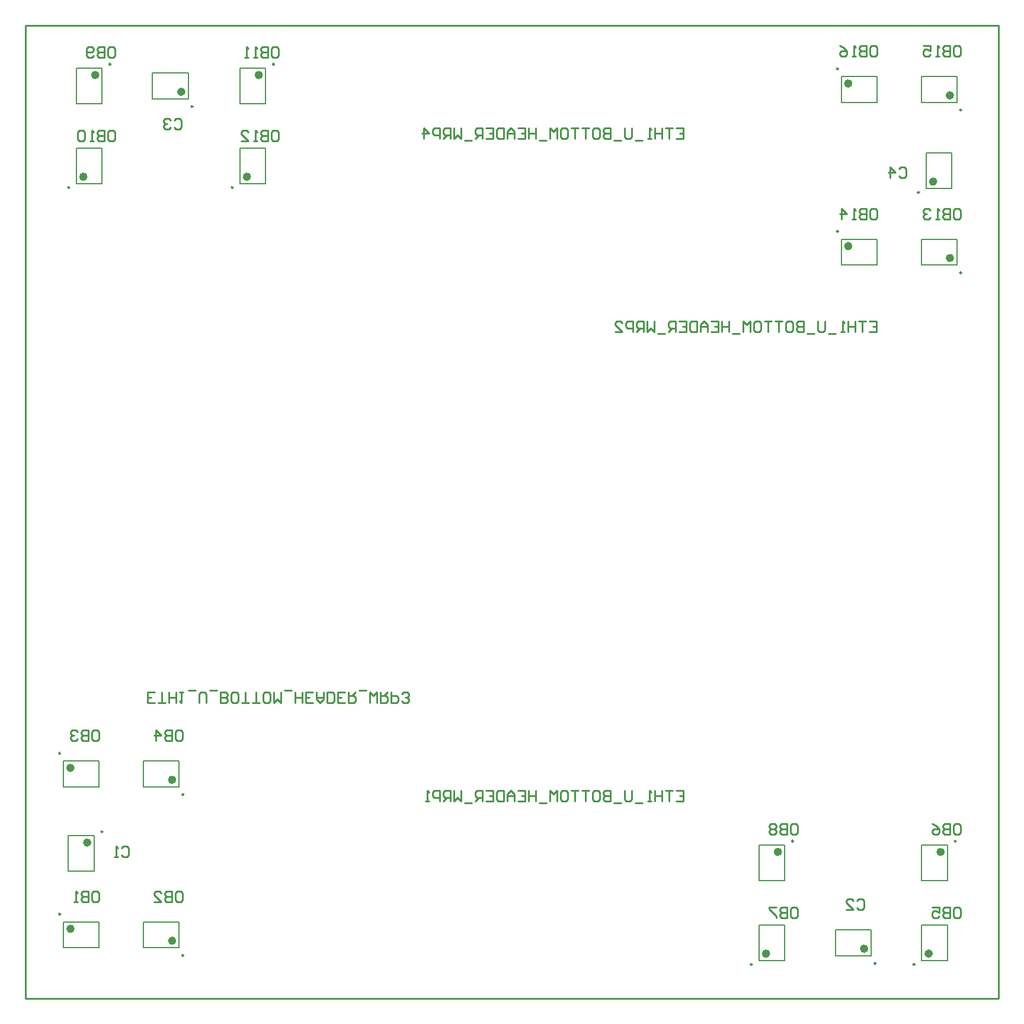
<source format=gbo>
G04 Layer_Color=32896*
%FSLAX25Y25*%
%MOIN*%
G70*
G01*
G75*
%ADD19C,0.01000*%
%ADD23C,0.02362*%
%ADD24C,0.00984*%
%ADD26C,0.00787*%
D19*
X366101Y489698D02*
X370100D01*
Y483700D01*
X366101D01*
X370100Y486699D02*
X368101D01*
X364102Y489698D02*
X360103D01*
X362103D01*
Y483700D01*
X358104Y489698D02*
Y483700D01*
Y486699D01*
X354105D01*
Y489698D01*
Y483700D01*
X352106D02*
X350107D01*
X351106D01*
Y489698D01*
X352106Y488698D01*
X347107Y482700D02*
X343109D01*
X341109Y489698D02*
Y484700D01*
X340110Y483700D01*
X338110D01*
X337111Y484700D01*
Y489698D01*
X335111Y482700D02*
X331113D01*
X329113Y489698D02*
Y483700D01*
X326114D01*
X325115Y484700D01*
Y485699D01*
X326114Y486699D01*
X329113D01*
X326114D01*
X325115Y487699D01*
Y488698D01*
X326114Y489698D01*
X329113D01*
X320116D02*
X322115D01*
X323115Y488698D01*
Y484700D01*
X322115Y483700D01*
X320116D01*
X319116Y484700D01*
Y488698D01*
X320116Y489698D01*
X317117D02*
X313118D01*
X315118D01*
Y483700D01*
X311119Y489698D02*
X307120D01*
X309120D01*
Y483700D01*
X302122Y489698D02*
X304121D01*
X305121Y488698D01*
Y484700D01*
X304121Y483700D01*
X302122D01*
X301122Y484700D01*
Y488698D01*
X302122Y489698D01*
X299123Y483700D02*
Y489698D01*
X297124Y487699D01*
X295124Y489698D01*
Y483700D01*
X293125Y482700D02*
X289126D01*
X287127Y489698D02*
Y483700D01*
Y486699D01*
X283128D01*
Y489698D01*
Y483700D01*
X277130Y489698D02*
X281129D01*
Y483700D01*
X277130D01*
X281129Y486699D02*
X279129D01*
X275131Y483700D02*
Y487699D01*
X273131Y489698D01*
X271132Y487699D01*
Y483700D01*
Y486699D01*
X275131D01*
X269133Y489698D02*
Y483700D01*
X266134D01*
X265134Y484700D01*
Y488698D01*
X266134Y489698D01*
X269133D01*
X259136D02*
X263135D01*
Y483700D01*
X259136D01*
X263135Y486699D02*
X261135D01*
X257137Y483700D02*
Y489698D01*
X254137D01*
X253138Y488698D01*
Y486699D01*
X254137Y485699D01*
X257137D01*
X255137D02*
X253138Y483700D01*
X251138Y482700D02*
X247140D01*
X245140Y489698D02*
Y483700D01*
X243141Y485699D01*
X241142Y483700D01*
Y489698D01*
X239142Y483700D02*
Y489698D01*
X236143D01*
X235144Y488698D01*
Y486699D01*
X236143Y485699D01*
X239142D01*
X237143D02*
X235144Y483700D01*
X233144D02*
Y489698D01*
X230145D01*
X229146Y488698D01*
Y486699D01*
X230145Y485699D01*
X233144D01*
X224147Y483700D02*
Y489698D01*
X227146Y486699D01*
X223148D01*
X72799Y166352D02*
X68800D01*
Y172350D01*
X72799D01*
X68800Y169351D02*
X70799D01*
X74798Y166352D02*
X78797D01*
X76797D01*
Y172350D01*
X80796Y166352D02*
Y172350D01*
Y169351D01*
X84795D01*
Y166352D01*
Y172350D01*
X86794D02*
X88793D01*
X87794D01*
Y166352D01*
X86794Y167352D01*
X91793Y173350D02*
X95791D01*
X97791Y166352D02*
Y171350D01*
X98790Y172350D01*
X100790D01*
X101789Y171350D01*
Y166352D01*
X103789Y173350D02*
X107787D01*
X109787Y166352D02*
Y172350D01*
X112786D01*
X113785Y171350D01*
Y170351D01*
X112786Y169351D01*
X109787D01*
X112786D01*
X113785Y168351D01*
Y167352D01*
X112786Y166352D01*
X109787D01*
X118784D02*
X116785D01*
X115785Y167352D01*
Y171350D01*
X116785Y172350D01*
X118784D01*
X119783Y171350D01*
Y167352D01*
X118784Y166352D01*
X121783D02*
X125782D01*
X123782D01*
Y172350D01*
X127781Y166352D02*
X131780D01*
X129780D01*
Y172350D01*
X136778Y166352D02*
X134779D01*
X133779Y167352D01*
Y171350D01*
X134779Y172350D01*
X136778D01*
X137778Y171350D01*
Y167352D01*
X136778Y166352D01*
X139777Y172350D02*
Y166352D01*
X141776Y168351D01*
X143776Y166352D01*
Y172350D01*
X145775Y173350D02*
X149774D01*
X151773Y166352D02*
Y172350D01*
Y169351D01*
X155772D01*
Y166352D01*
Y172350D01*
X161770Y166352D02*
X157771D01*
Y172350D01*
X161770D01*
X157771Y169351D02*
X159771D01*
X163769Y172350D02*
Y168351D01*
X165769Y166352D01*
X167768Y168351D01*
Y172350D01*
Y169351D01*
X163769D01*
X169767Y166352D02*
Y172350D01*
X172766D01*
X173766Y171350D01*
Y167352D01*
X172766Y166352D01*
X169767D01*
X179764D02*
X175765D01*
Y172350D01*
X179764D01*
X175765Y169351D02*
X177765D01*
X181764Y172350D02*
Y166352D01*
X184763D01*
X185762Y167352D01*
Y169351D01*
X184763Y170351D01*
X181764D01*
X183763D02*
X185762Y172350D01*
X187761Y173350D02*
X191760D01*
X193760Y166352D02*
Y172350D01*
X195759Y170351D01*
X197758Y172350D01*
Y166352D01*
X199758Y172350D02*
Y166352D01*
X202757D01*
X203756Y167352D01*
Y169351D01*
X202757Y170351D01*
X199758D01*
X201757D02*
X203756Y172350D01*
X205756D02*
Y166352D01*
X208755D01*
X209754Y167352D01*
Y169351D01*
X208755Y170351D01*
X205756D01*
X211754Y167352D02*
X212753Y166352D01*
X214753D01*
X215753Y167352D01*
Y168351D01*
X214753Y169351D01*
X213753D01*
X214753D01*
X215753Y170351D01*
Y171350D01*
X214753Y172350D01*
X212753D01*
X211754Y171350D01*
X474701Y381098D02*
X478700D01*
Y375100D01*
X474701D01*
X478700Y378099D02*
X476701D01*
X472702Y381098D02*
X468703D01*
X470703D01*
Y375100D01*
X466704Y381098D02*
Y375100D01*
Y378099D01*
X462705D01*
Y381098D01*
Y375100D01*
X460706D02*
X458707D01*
X459706D01*
Y381098D01*
X460706Y380098D01*
X455707Y374100D02*
X451709D01*
X449709Y381098D02*
Y376100D01*
X448710Y375100D01*
X446710D01*
X445711Y376100D01*
Y381098D01*
X443711Y374100D02*
X439713D01*
X437713Y381098D02*
Y375100D01*
X434714D01*
X433714Y376100D01*
Y377099D01*
X434714Y378099D01*
X437713D01*
X434714D01*
X433714Y379099D01*
Y380098D01*
X434714Y381098D01*
X437713D01*
X428716D02*
X430716D01*
X431715Y380098D01*
Y376100D01*
X430716Y375100D01*
X428716D01*
X427716Y376100D01*
Y380098D01*
X428716Y381098D01*
X425717D02*
X421718D01*
X423718D01*
Y375100D01*
X419719Y381098D02*
X415720D01*
X417720D01*
Y375100D01*
X410722Y381098D02*
X412721D01*
X413721Y380098D01*
Y376100D01*
X412721Y375100D01*
X410722D01*
X409722Y376100D01*
Y380098D01*
X410722Y381098D01*
X407723Y375100D02*
Y381098D01*
X405724Y379099D01*
X403724Y381098D01*
Y375100D01*
X401725Y374100D02*
X397726D01*
X395727Y381098D02*
Y375100D01*
Y378099D01*
X391728D01*
Y381098D01*
Y375100D01*
X385730Y381098D02*
X389729D01*
Y375100D01*
X385730D01*
X389729Y378099D02*
X387729D01*
X383731Y375100D02*
Y379099D01*
X381731Y381098D01*
X379732Y379099D01*
Y375100D01*
Y378099D01*
X383731D01*
X377733Y381098D02*
Y375100D01*
X374734D01*
X373734Y376100D01*
Y380098D01*
X374734Y381098D01*
X377733D01*
X367736D02*
X371735D01*
Y375100D01*
X367736D01*
X371735Y378099D02*
X369735D01*
X365737Y375100D02*
Y381098D01*
X362737D01*
X361738Y380098D01*
Y378099D01*
X362737Y377099D01*
X365737D01*
X363737D02*
X361738Y375100D01*
X359738Y374100D02*
X355740D01*
X353740Y381098D02*
Y375100D01*
X351741Y377099D01*
X349742Y375100D01*
Y381098D01*
X347742Y375100D02*
Y381098D01*
X344743D01*
X343744Y380098D01*
Y378099D01*
X344743Y377099D01*
X347742D01*
X345743D02*
X343744Y375100D01*
X341744D02*
Y381098D01*
X338745D01*
X337746Y380098D01*
Y378099D01*
X338745Y377099D01*
X341744D01*
X331748Y375100D02*
X335746D01*
X331748Y379099D01*
Y380098D01*
X332747Y381098D01*
X334747D01*
X335746Y380098D01*
X366101Y117198D02*
X370100D01*
Y111200D01*
X366101D01*
X370100Y114199D02*
X368101D01*
X364102Y117198D02*
X360103D01*
X362103D01*
Y111200D01*
X358104Y117198D02*
Y111200D01*
Y114199D01*
X354105D01*
Y117198D01*
Y111200D01*
X352106D02*
X350107D01*
X351106D01*
Y117198D01*
X352106Y116198D01*
X347107Y110200D02*
X343109D01*
X341109Y117198D02*
Y112200D01*
X340110Y111200D01*
X338110D01*
X337111Y112200D01*
Y117198D01*
X335111Y110200D02*
X331113D01*
X329113Y117198D02*
Y111200D01*
X326114D01*
X325115Y112200D01*
Y113199D01*
X326114Y114199D01*
X329113D01*
X326114D01*
X325115Y115199D01*
Y116198D01*
X326114Y117198D01*
X329113D01*
X320116D02*
X322115D01*
X323115Y116198D01*
Y112200D01*
X322115Y111200D01*
X320116D01*
X319116Y112200D01*
Y116198D01*
X320116Y117198D01*
X317117D02*
X313118D01*
X315118D01*
Y111200D01*
X311119Y117198D02*
X307120D01*
X309120D01*
Y111200D01*
X302122Y117198D02*
X304121D01*
X305121Y116198D01*
Y112200D01*
X304121Y111200D01*
X302122D01*
X301122Y112200D01*
Y116198D01*
X302122Y117198D01*
X299123Y111200D02*
Y117198D01*
X297124Y115199D01*
X295124Y117198D01*
Y111200D01*
X293125Y110200D02*
X289126D01*
X287127Y117198D02*
Y111200D01*
Y114199D01*
X283128D01*
Y117198D01*
Y111200D01*
X277130Y117198D02*
X281129D01*
Y111200D01*
X277130D01*
X281129Y114199D02*
X279129D01*
X275131Y111200D02*
Y115199D01*
X273131Y117198D01*
X271132Y115199D01*
Y111200D01*
Y114199D01*
X275131D01*
X269133Y117198D02*
Y111200D01*
X266134D01*
X265134Y112200D01*
Y116198D01*
X266134Y117198D01*
X269133D01*
X259136D02*
X263135D01*
Y111200D01*
X259136D01*
X263135Y114199D02*
X261135D01*
X257137Y111200D02*
Y117198D01*
X254137D01*
X253138Y116198D01*
Y114199D01*
X254137Y113199D01*
X257137D01*
X255137D02*
X253138Y111200D01*
X251138Y110200D02*
X247140D01*
X245140Y117198D02*
Y111200D01*
X243141Y113199D01*
X241142Y111200D01*
Y117198D01*
X239142Y111200D02*
Y117198D01*
X236143D01*
X235144Y116198D01*
Y114199D01*
X236143Y113199D01*
X239142D01*
X237143D02*
X235144Y111200D01*
X233144D02*
Y117198D01*
X230145D01*
X229146Y116198D01*
Y114199D01*
X230145Y113199D01*
X233144D01*
X227146Y111200D02*
X225147D01*
X226147D01*
Y117198D01*
X227146Y116198D01*
X476101Y535998D02*
X478100D01*
X479100Y534998D01*
Y531000D01*
X478100Y530000D01*
X476101D01*
X475101Y531000D01*
Y534998D01*
X476101Y535998D01*
X473102D02*
Y530000D01*
X470103D01*
X469103Y531000D01*
Y531999D01*
X470103Y532999D01*
X473102D01*
X470103D01*
X469103Y533999D01*
Y534998D01*
X470103Y535998D01*
X473102D01*
X467104Y530000D02*
X465104D01*
X466104D01*
Y535998D01*
X467104Y534998D01*
X458107Y535998D02*
X460106Y534998D01*
X462106Y532999D01*
Y531000D01*
X461106Y530000D01*
X459106D01*
X458107Y531000D01*
Y531999D01*
X459106Y532999D01*
X462106D01*
X523101Y535998D02*
X525100D01*
X526100Y534998D01*
Y531000D01*
X525100Y530000D01*
X523101D01*
X522101Y531000D01*
Y534998D01*
X523101Y535998D01*
X520102D02*
Y530000D01*
X517103D01*
X516103Y531000D01*
Y531999D01*
X517103Y532999D01*
X520102D01*
X517103D01*
X516103Y533999D01*
Y534998D01*
X517103Y535998D01*
X520102D01*
X514104Y530000D02*
X512105D01*
X513104D01*
Y535998D01*
X514104Y534998D01*
X505107Y535998D02*
X509105D01*
Y532999D01*
X507106Y533999D01*
X506107D01*
X505107Y532999D01*
Y531000D01*
X506107Y530000D01*
X508106D01*
X509105Y531000D01*
X476101Y444498D02*
X478100D01*
X479100Y443498D01*
Y439500D01*
X478100Y438500D01*
X476101D01*
X475101Y439500D01*
Y443498D01*
X476101Y444498D01*
X473102D02*
Y438500D01*
X470103D01*
X469103Y439500D01*
Y440499D01*
X470103Y441499D01*
X473102D01*
X470103D01*
X469103Y442499D01*
Y443498D01*
X470103Y444498D01*
X473102D01*
X467104Y438500D02*
X465104D01*
X466104D01*
Y444498D01*
X467104Y443498D01*
X459106Y438500D02*
Y444498D01*
X462106Y441499D01*
X458107D01*
X523101Y444498D02*
X525100D01*
X526100Y443498D01*
Y439500D01*
X525100Y438500D01*
X523101D01*
X522101Y439500D01*
Y443498D01*
X523101Y444498D01*
X520102D02*
Y438500D01*
X517103D01*
X516103Y439500D01*
Y440499D01*
X517103Y441499D01*
X520102D01*
X517103D01*
X516103Y442499D01*
Y443498D01*
X517103Y444498D01*
X520102D01*
X514104Y438500D02*
X512105D01*
X513104D01*
Y444498D01*
X514104Y443498D01*
X509105D02*
X508106Y444498D01*
X506107D01*
X505107Y443498D01*
Y442499D01*
X506107Y441499D01*
X507106D01*
X506107D01*
X505107Y440499D01*
Y439500D01*
X506107Y438500D01*
X508106D01*
X509105Y439500D01*
X139501Y488598D02*
X141500D01*
X142500Y487598D01*
Y483600D01*
X141500Y482600D01*
X139501D01*
X138501Y483600D01*
Y487598D01*
X139501Y488598D01*
X136502D02*
Y482600D01*
X133503D01*
X132503Y483600D01*
Y484599D01*
X133503Y485599D01*
X136502D01*
X133503D01*
X132503Y486599D01*
Y487598D01*
X133503Y488598D01*
X136502D01*
X130504Y482600D02*
X128505D01*
X129504D01*
Y488598D01*
X130504Y487598D01*
X121507Y482600D02*
X125505D01*
X121507Y486599D01*
Y487598D01*
X122506Y488598D01*
X124506D01*
X125505Y487598D01*
X47501Y488598D02*
X49500D01*
X50500Y487598D01*
Y483600D01*
X49500Y482600D01*
X47501D01*
X46501Y483600D01*
Y487598D01*
X47501Y488598D01*
X44502D02*
Y482600D01*
X41503D01*
X40503Y483600D01*
Y484599D01*
X41503Y485599D01*
X44502D01*
X41503D01*
X40503Y486599D01*
Y487598D01*
X41503Y488598D01*
X44502D01*
X38504Y482600D02*
X36505D01*
X37504D01*
Y488598D01*
X38504Y487598D01*
X33505D02*
X32506Y488598D01*
X30507D01*
X29507Y487598D01*
Y483600D01*
X30507Y482600D01*
X32506D01*
X33505Y483600D01*
Y487598D01*
X431501Y98598D02*
X433500D01*
X434500Y97598D01*
Y93600D01*
X433500Y92600D01*
X431501D01*
X430501Y93600D01*
Y97598D01*
X431501Y98598D01*
X428502D02*
Y92600D01*
X425503D01*
X424503Y93600D01*
Y94599D01*
X425503Y95599D01*
X428502D01*
X425503D01*
X424503Y96599D01*
Y97598D01*
X425503Y98598D01*
X428502D01*
X422504Y97598D02*
X421504Y98598D01*
X419505D01*
X418505Y97598D01*
Y96599D01*
X419505Y95599D01*
X418505Y94599D01*
Y93600D01*
X419505Y92600D01*
X421504D01*
X422504Y93600D01*
Y94599D01*
X421504Y95599D01*
X422504Y96599D01*
Y97598D01*
X421504Y95599D02*
X419505D01*
X431501Y51598D02*
X433500D01*
X434500Y50598D01*
Y46600D01*
X433500Y45600D01*
X431501D01*
X430501Y46600D01*
Y50598D01*
X431501Y51598D01*
X428502D02*
Y45600D01*
X425503D01*
X424503Y46600D01*
Y47599D01*
X425503Y48599D01*
X428502D01*
X425503D01*
X424503Y49599D01*
Y50598D01*
X425503Y51598D01*
X428502D01*
X422504D02*
X418505D01*
Y50598D01*
X422504Y46600D01*
Y45600D01*
X523001Y98598D02*
X525000D01*
X526000Y97598D01*
Y93600D01*
X525000Y92600D01*
X523001D01*
X522001Y93600D01*
Y97598D01*
X523001Y98598D01*
X520002D02*
Y92600D01*
X517003D01*
X516003Y93600D01*
Y94599D01*
X517003Y95599D01*
X520002D01*
X517003D01*
X516003Y96599D01*
Y97598D01*
X517003Y98598D01*
X520002D01*
X510005D02*
X512005Y97598D01*
X514004Y95599D01*
Y93600D01*
X513004Y92600D01*
X511005D01*
X510005Y93600D01*
Y94599D01*
X511005Y95599D01*
X514004D01*
X85601Y150998D02*
X87600D01*
X88600Y149998D01*
Y146000D01*
X87600Y145000D01*
X85601D01*
X84601Y146000D01*
Y149998D01*
X85601Y150998D01*
X82602D02*
Y145000D01*
X79603D01*
X78603Y146000D01*
Y146999D01*
X79603Y147999D01*
X82602D01*
X79603D01*
X78603Y148999D01*
Y149998D01*
X79603Y150998D01*
X82602D01*
X73605Y145000D02*
Y150998D01*
X76604Y147999D01*
X72605D01*
X38601Y150998D02*
X40600D01*
X41600Y149998D01*
Y146000D01*
X40600Y145000D01*
X38601D01*
X37601Y146000D01*
Y149998D01*
X38601Y150998D01*
X35602D02*
Y145000D01*
X32603D01*
X31603Y146000D01*
Y146999D01*
X32603Y147999D01*
X35602D01*
X32603D01*
X31603Y148999D01*
Y149998D01*
X32603Y150998D01*
X35602D01*
X29604Y149998D02*
X28604Y150998D01*
X26605D01*
X25605Y149998D01*
Y148999D01*
X26605Y147999D01*
X27604D01*
X26605D01*
X25605Y146999D01*
Y146000D01*
X26605Y145000D01*
X28604D01*
X29604Y146000D01*
X491501Y466698D02*
X492501Y467698D01*
X494500D01*
X495500Y466698D01*
Y462700D01*
X494500Y461700D01*
X492501D01*
X491501Y462700D01*
X486503Y461700D02*
Y467698D01*
X489502Y464699D01*
X485503D01*
X83701Y493998D02*
X84701Y494998D01*
X86700D01*
X87700Y493998D01*
Y490000D01*
X86700Y489000D01*
X84701D01*
X83701Y490000D01*
X81702Y493998D02*
X80702Y494998D01*
X78703D01*
X77703Y493998D01*
Y492999D01*
X78703Y491999D01*
X79703D01*
X78703D01*
X77703Y490999D01*
Y490000D01*
X78703Y489000D01*
X80702D01*
X81702Y490000D01*
X467801Y54998D02*
X468801Y55998D01*
X470800D01*
X471800Y54998D01*
Y51000D01*
X470800Y50000D01*
X468801D01*
X467801Y51000D01*
X461803Y50000D02*
X465802D01*
X461803Y53999D01*
Y54998D01*
X462803Y55998D01*
X464802D01*
X465802Y54998D01*
X54001Y84798D02*
X55001Y85798D01*
X57000D01*
X58000Y84798D01*
Y80800D01*
X57000Y79800D01*
X55001D01*
X54001Y80800D01*
X52002Y79800D02*
X50003D01*
X51002D01*
Y85798D01*
X52002Y84798D01*
X38601Y60498D02*
X40600D01*
X41600Y59498D01*
Y55500D01*
X40600Y54500D01*
X38601D01*
X37601Y55500D01*
Y59498D01*
X38601Y60498D01*
X35602D02*
Y54500D01*
X32603D01*
X31603Y55500D01*
Y56499D01*
X32603Y57499D01*
X35602D01*
X32603D01*
X31603Y58499D01*
Y59498D01*
X32603Y60498D01*
X35602D01*
X29604Y54500D02*
X27604D01*
X28604D01*
Y60498D01*
X29604Y59498D01*
X85601Y60498D02*
X87600D01*
X88600Y59498D01*
Y55500D01*
X87600Y54500D01*
X85601D01*
X84601Y55500D01*
Y59498D01*
X85601Y60498D01*
X82602D02*
Y54500D01*
X79603D01*
X78603Y55500D01*
Y56499D01*
X79603Y57499D01*
X82602D01*
X79603D01*
X78603Y58499D01*
Y59498D01*
X79603Y60498D01*
X82602D01*
X72605Y54500D02*
X76604D01*
X72605Y58499D01*
Y59498D01*
X73605Y60498D01*
X75604D01*
X76604Y59498D01*
X523001Y51598D02*
X525000D01*
X526000Y50598D01*
Y46600D01*
X525000Y45600D01*
X523001D01*
X522001Y46600D01*
Y50598D01*
X523001Y51598D01*
X520002D02*
Y45600D01*
X517003D01*
X516003Y46600D01*
Y47599D01*
X517003Y48599D01*
X520002D01*
X517003D01*
X516003Y49599D01*
Y50598D01*
X517003Y51598D01*
X520002D01*
X510005D02*
X514004D01*
Y48599D01*
X512005Y49599D01*
X511005D01*
X510005Y48599D01*
Y46600D01*
X511005Y45600D01*
X513004D01*
X514004Y46600D01*
X47501Y535598D02*
X49500D01*
X50500Y534598D01*
Y530600D01*
X49500Y529600D01*
X47501D01*
X46501Y530600D01*
Y534598D01*
X47501Y535598D01*
X44502D02*
Y529600D01*
X41503D01*
X40503Y530600D01*
Y531599D01*
X41503Y532599D01*
X44502D01*
X41503D01*
X40503Y533599D01*
Y534598D01*
X41503Y535598D01*
X44502D01*
X38504Y530600D02*
X37504Y529600D01*
X35505D01*
X34505Y530600D01*
Y534598D01*
X35505Y535598D01*
X37504D01*
X38504Y534598D01*
Y533599D01*
X37504Y532599D01*
X34505D01*
X139501Y535598D02*
X141500D01*
X142500Y534598D01*
Y530600D01*
X141500Y529600D01*
X139501D01*
X138501Y530600D01*
Y534598D01*
X139501Y535598D01*
X136502D02*
Y529600D01*
X133503D01*
X132503Y530600D01*
Y531599D01*
X133503Y532599D01*
X136502D01*
X133503D01*
X132503Y533599D01*
Y534598D01*
X133503Y535598D01*
X136502D01*
X130504Y529600D02*
X128505D01*
X129504D01*
Y535598D01*
X130504Y534598D01*
X125505Y529600D02*
X123506D01*
X124506D01*
Y535598D01*
X125505Y534598D01*
X0Y0D02*
Y547500D01*
X547500D01*
Y0D02*
Y547500D01*
X0Y0D02*
X547500D01*
D23*
X36028Y87852D02*
G03*
X36028Y87852I-1181J0D01*
G01*
X473034Y28154D02*
G03*
X473034Y28154I-1181J0D01*
G01*
X88933Y510153D02*
G03*
X88933Y510153I-1181J0D01*
G01*
X511835Y459648D02*
G03*
X511835Y459648I-1181J0D01*
G01*
X26579Y129847D02*
G03*
X26579Y129847I-1181J0D01*
G01*
X83784Y123153D02*
G03*
X83784Y123153I-1181J0D01*
G01*
X516027Y82602D02*
G03*
X516027Y82602I-1181J0D01*
G01*
X417835Y25398D02*
G03*
X417835Y25398I-1181J0D01*
G01*
X424528Y82602D02*
G03*
X424528Y82602I-1181J0D01*
G01*
X33835Y462398D02*
G03*
X33835Y462398I-1181J0D01*
G01*
X125835D02*
G03*
X125835Y462398I-1181J0D01*
G01*
X521283Y416653D02*
G03*
X521283Y416653I-1181J0D01*
G01*
X464079Y423347D02*
G03*
X464079Y423347I-1181J0D01*
G01*
X521283Y508153D02*
G03*
X521283Y508153I-1181J0D01*
G01*
X464079Y514847D02*
G03*
X464079Y514847I-1181J0D01*
G01*
X132527Y519602D02*
G03*
X132527Y519602I-1181J0D01*
G01*
X509335Y25398D02*
G03*
X509335Y25398I-1181J0D01*
G01*
X40528Y519602D02*
G03*
X40528Y519602I-1181J0D01*
G01*
X83784Y32654D02*
G03*
X83784Y32654I-1181J0D01*
G01*
X26579Y39346D02*
G03*
X26579Y39346I-1181J0D01*
G01*
D24*
X43606Y93906D02*
G03*
X43606Y93906I-492J0D01*
G01*
X478398Y19886D02*
G03*
X478398Y19886I-492J0D01*
G01*
X94298Y501886D02*
G03*
X94298Y501886I-492J0D01*
G01*
X502878Y453594D02*
G03*
X502878Y453594I-492J0D01*
G01*
X19837Y138114D02*
G03*
X19837Y138114I-492J0D01*
G01*
X89148Y114886D02*
G03*
X89148Y114886I-492J0D01*
G01*
X523606Y88656D02*
G03*
X523606Y88656I-492J0D01*
G01*
X408878Y19344D02*
G03*
X408878Y19344I-492J0D01*
G01*
X432106Y88656D02*
G03*
X432106Y88656I-492J0D01*
G01*
X24878Y456345D02*
G03*
X24878Y456345I-492J0D01*
G01*
X116878D02*
G03*
X116878Y456345I-492J0D01*
G01*
X526648Y408386D02*
G03*
X526648Y408386I-492J0D01*
G01*
X457337Y431614D02*
G03*
X457337Y431614I-492J0D01*
G01*
X526648Y499886D02*
G03*
X526648Y499886I-492J0D01*
G01*
X457337Y523114D02*
G03*
X457337Y523114I-492J0D01*
G01*
X140106Y525656D02*
G03*
X140106Y525656I-492J0D01*
G01*
X500378Y19344D02*
G03*
X500378Y19344I-492J0D01*
G01*
X48106Y525656D02*
G03*
X48106Y525656I-492J0D01*
G01*
X89148Y24386D02*
G03*
X89148Y24386I-492J0D01*
G01*
X19837Y47614D02*
G03*
X19837Y47614I-492J0D01*
G01*
D26*
X38783Y71711D02*
Y91789D01*
X24216Y71711D02*
Y91789D01*
X38783D01*
X24216Y71711D02*
X38783D01*
X455711Y24216D02*
Y38783D01*
X475789Y24216D02*
Y38783D01*
X455711D02*
X475789D01*
X455711Y24216D02*
X475789D01*
X71611Y506216D02*
X91689D01*
X71611Y520784D02*
X91689D01*
Y506216D02*
Y520784D01*
X71611Y506216D02*
Y520784D01*
X506716Y475789D02*
X521283D01*
X506716Y455711D02*
X521283D01*
Y475789D01*
X506716Y455711D02*
Y475789D01*
X41539Y119217D02*
Y133783D01*
X21461Y119217D02*
Y133783D01*
Y119217D02*
X41539D01*
X21461Y133783D02*
X41539D01*
X66461Y119217D02*
Y133783D01*
X86539Y119217D02*
Y133783D01*
X66461D02*
X86539D01*
X66461Y119217D02*
X86539D01*
X504217Y66461D02*
X518783D01*
X504217Y86539D02*
X518783D01*
X504217Y66461D02*
Y86539D01*
X518783Y66461D02*
Y86539D01*
X412717Y41539D02*
X427283D01*
X412717Y21461D02*
X427283D01*
Y41539D01*
X412717Y21461D02*
Y41539D01*
Y66461D02*
X427283D01*
X412717Y86539D02*
X427283D01*
X412717Y66461D02*
Y86539D01*
X427283Y66461D02*
Y86539D01*
X28717Y478539D02*
X43283D01*
X28717Y458461D02*
X43283D01*
Y478539D01*
X28717Y458461D02*
Y478539D01*
X120717D02*
X135283D01*
X120717Y458461D02*
X135283D01*
Y478539D01*
X120717Y458461D02*
Y478539D01*
X503961Y412717D02*
Y427283D01*
X524039Y412717D02*
Y427283D01*
X503961D02*
X524039D01*
X503961Y412717D02*
X524039D01*
X479039D02*
Y427283D01*
X458961Y412717D02*
Y427283D01*
Y412717D02*
X479039D01*
X458961Y427283D02*
X479039D01*
X503961Y504217D02*
Y518783D01*
X524039Y504217D02*
Y518783D01*
X503961D02*
X524039D01*
X503961Y504217D02*
X524039D01*
X479039D02*
Y518783D01*
X458961Y504217D02*
Y518783D01*
Y504217D02*
X479039D01*
X458961Y518783D02*
X479039D01*
X120717Y503461D02*
X135283D01*
X120717Y523539D02*
X135283D01*
X120717Y503461D02*
Y523539D01*
X135283Y503461D02*
Y523539D01*
X504217Y41539D02*
X518783D01*
X504217Y21461D02*
X518783D01*
Y41539D01*
X504217Y21461D02*
Y41539D01*
X28717Y503461D02*
X43283D01*
X28717Y523539D02*
X43283D01*
X28717Y503461D02*
Y523539D01*
X43283Y503461D02*
Y523539D01*
X66461Y28717D02*
Y43283D01*
X86539Y28717D02*
Y43283D01*
X66461D02*
X86539D01*
X66461Y28717D02*
X86539D01*
X41539D02*
Y43283D01*
X21461Y28717D02*
Y43283D01*
Y28717D02*
X41539D01*
X21461Y43283D02*
X41539D01*
M02*

</source>
